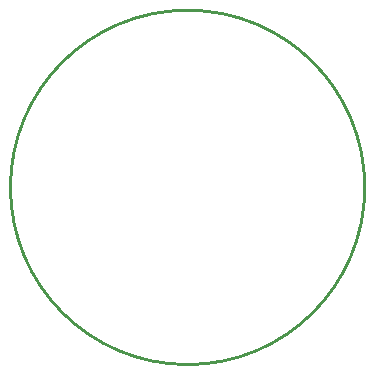
<source format=gm1>
G04*
G04 #@! TF.GenerationSoftware,Altium Limited,Altium Designer,22.0.2 (36)*
G04*
G04 Layer_Color=16711935*
%FSLAX25Y25*%
%MOIN*%
G70*
G04*
G04 #@! TF.SameCoordinates,4D75FC96-39BE-4DEA-B64F-09A75C684B67*
G04*
G04*
G04 #@! TF.FilePolarity,Positive*
G04*
G01*
G75*
%ADD11C,0.01000*%
D11*
X59055Y0D02*
G03*
X59055Y0I-59055J0D01*
G01*
M02*

</source>
